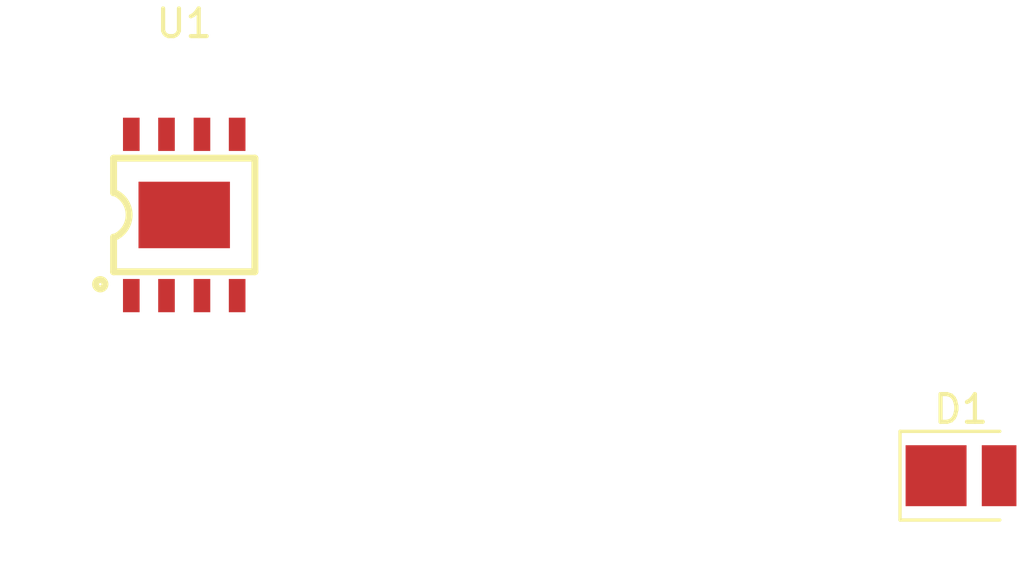
<source format=kicad_pcb>
(kicad_pcb (version 20240108) (generator "pcbnew") (generator_version "8.0")
  (layers (0 "F.Cu" signal) (31 "B.Cu" signal) (34 "B.Paste" user) (35 "F.Paste" user) (36 "B.SilkS" user "B.Silkscreen") (37 "F.SilkS" user "F.Silkscreen") (38 "B.Mask" user) (39 "F.Mask" user) (44 "Edge.Cuts" user))
  (net 0 "")
  (footprint "easyeda2kicad:ESOP-8_L4.9-W3.9-P1.27-LS6.0-BL-EP" (layer "F.Cu") (at 94.59 78.09)
    (property "Reference" "U1" (at 0 -6.91 0) (layer "F.SilkS"))
    (property "Value" "TP4056_C725790")
    (fp_line (start -2.55 -2.05) (end 2.55 -2.05) (stroke (width 0.25)) (layer "F.SilkS"))
    (fp_line (start -2.55 -0.8) (end -2.55 -2.05) (stroke (width 0.25)) (layer "F.SilkS"))
    (fp_line (start -2.55 0.8) (end -2.55 2.05) (stroke (width 0.25)) (layer "F.SilkS"))
    (fp_line (start 2.55 -2.05) (end 2.55 2.05) (stroke (width 0.25)) (layer "F.SilkS"))
    (fp_line (start 2.55 2.05) (end -2.55 2.05) (stroke (width 0.25)) (layer "F.SilkS"))
    (fp_arc (start -2.505609 -0.80257) (mid -1.988586 -0.003085) (end -2.5 0.8) (stroke (width 0.25)) (layer "F.SilkS"))
    (fp_circle (center -3.03 2.5) (end -2.86 2.5) (stroke (width 0.25)) (fill none) (layer "F.SilkS"))
    (pad "1" smd rect (at -1.91 2.91) (size 0.6 1.2) (layers "F.Cu" "F.Paste" "F.Mask"))
    (pad "2" smd rect (at -0.64 2.91) (size 0.6 1.2) (layers "F.Cu" "F.Paste" "F.Mask"))
    (pad "3" smd rect (at 0.64 2.91) (size 0.6 1.2) (layers "F.Cu" "F.Paste" "F.Mask"))
    (pad "4" smd rect (at 1.91 2.91) (size 0.6 1.2) (layers "F.Cu" "F.Paste" "F.Mask"))
    (pad "5" smd rect (at 1.91 -2.91) (size 0.6 1.2) (layers "F.Cu" "F.Paste" "F.Mask"))
    (pad "6" smd rect (at 0.64 -2.91) (size 0.6 1.2) (layers "F.Cu" "F.Paste" "F.Mask"))
    (pad "7" smd rect (at -0.64 -2.91) (size 0.6 1.2) (layers "F.Cu" "F.Paste" "F.Mask"))
    (pad "8" smd rect (at -1.91 -2.91) (size 0.6 1.2) (layers "F.Cu" "F.Paste" "F.Mask"))
    (pad "9" smd rect (at 0 0 180) (size 3.3 2.4) (layers "F.Cu" "F.Paste" "F.Mask"))
  )
  (footprint "LED_SMD:LED_PLCC_2835" (layer "F.Cu") (at 122.625 87.5)
    (property "Reference" "D1" (at 0 -2.4 0) (layer "F.SilkS"))
    (property "Value" "LED")
    (fp_line (start -2.2 -1.6) (end -2.2 1.6) (stroke (width 0.12)) (layer "F.SilkS"))
    (fp_line (start 1.4 -1.6) (end -2.2 -1.6) (stroke (width 0.12)) (layer "F.SilkS"))
    (fp_line (start 1.4 1.6) (end -2.2 1.6) (stroke (width 0.12)) (layer "F.SilkS"))
    (pad "1" smd rect (at -0.9 0) (size 2.2 2.2) (layers "F.Cu" "F.Paste" "F.Mask"))
    (pad "2" smd rect (at 1.375 0) (size 1.25 2.2) (layers "F.Cu" "F.Paste" "F.Mask"))
  )
)
</source>
